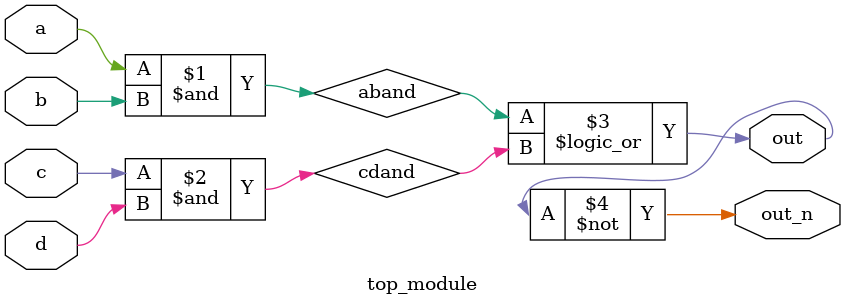
<source format=sv>
`default_nettype none
module top_module(
    input a,
    input b,
    input c,
    input d,
    output out,
    output out_n   ); 
wire aband, cdand ;
    assign aband = a&b;
    assign cdand = c&d;
    assign out = aband||cdand;
    assign out_n = ~out;
endmodule
</source>
